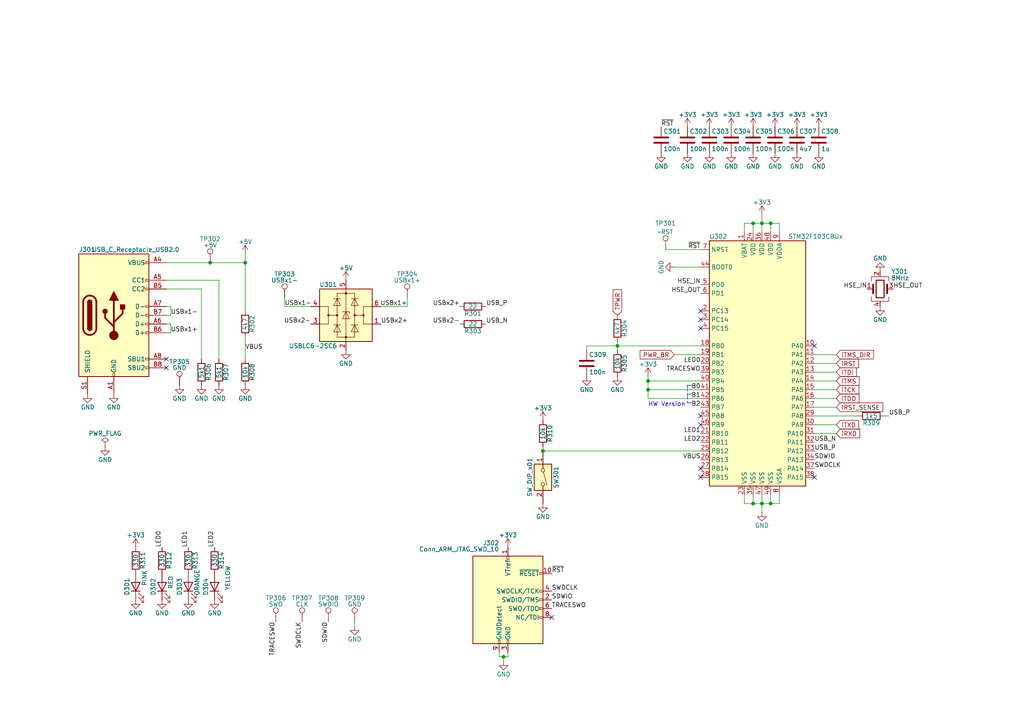
<source format=kicad_sch>
(kicad_sch (version 20211123) (generator eeschema)
  (paper "A4")
  (lib_symbols
    (symbol "Connector:Conn_ARM_JTAG_SWD_10" (pin_names (offset 1.016))
      (property "Reference" "J" (at -2.54 16.51 0))
      (property "Value" "Conn_ARM_JTAG_SWD_10" (at -2.54 13.97 0))
      (symbol "Conn_ARM_JTAG_SWD_10_0_1"
        (rectangle (start -10.16 12.7) (end 10.16 -12.7) (stroke (width 0.254)) (fill (type background)))
        (rectangle (start -2.794 -12.7) (end -2.286 -11.684))
        (rectangle (start -0.254 -12.7) (end 0.254 -11.684))
        (rectangle (start -0.254 12.7) (end 0.254 11.684))
        (rectangle (start 9.144 2.286) (end 10.16 2.794))
        (rectangle (start 10.16 -2.794) (end 9.144 -2.286))
        (rectangle (start 10.16 -0.254) (end 9.144 0.254))
        (rectangle (start 10.16 7.874) (end 9.144 7.366))
      )
      (symbol "Conn_ARM_JTAG_SWD_10_1_1"
        (rectangle (start 9.144 -5.334) (end 10.16 -4.826))
        (pin power_in line (at 0 15.24 270) (length 2.54) (name "VTref") (number "1"))
        (pin open_collector line (at 12.7 7.62 180) (length 2.54) (name "~{RESET}") (number "10"))
        (pin bidirectional line (at 12.7 0 180) (length 2.54) (name "SWDIO/TMS") (number "2"))
        (pin power_in line (at 0 -15.24 90) (length 2.54) (name "GND") (number "3"))
        (pin output line (at 12.7 2.54 180) (length 2.54) (name "SWDCLK/TCK") (number "4"))
        (pin passive line (at 0 -15.24 90) (length 2.54) hide (name "GND") (number "5"))
        (pin input line (at 12.7 -2.54 180) (length 2.54) (name "SWO/TDO") (number "6"))
        (pin no_connect line (at -10.16 0 0) (length 2.54) hide (name "KEY") (number "7"))
        (pin output line (at 12.7 -5.08 180) (length 2.54) (name "NC/TDI") (number "8"))
        (pin passive line (at -2.54 -15.24 90) (length 2.54) (name "GNDDetect") (number "9"))
      )
    )
    (symbol "Connector:TestPoint" (pin_numbers hide) (pin_names (offset 0.762) hide)
      (property "Reference" "TP" (at 0 6.858 0))
      (property "Value" "TestPoint" (at 0 5.08 0))
      (symbol "TestPoint_0_1"
        (circle (center 0 3.302) (radius 0.762))
      )
      (symbol "TestPoint_1_1"
        (pin passive line (at 0 0 90) (length 2.54) (name "1") (number "1"))
      )
    )
    (symbol "Device:C" (pin_numbers hide) (pin_names (offset 0.254))
      (property "Reference" "C" (at 0.635 2.54 0))
      (property "Value" "C" (at 0.635 -2.54 0))
      (symbol "C_0_1"
        (polyline (pts (xy -2.032 -0.762) (xy 2.032 -0.762)) (stroke (width 0.508)))
        (polyline (pts (xy -2.032 0.762) (xy 2.032 0.762)) (stroke (width 0.508)))
      )
      (symbol "C_1_1"
        (pin passive line (at 0 3.81 270) (length 2.794) (name "~") (number "1"))
        (pin passive line (at 0 -3.81 90) (length 2.794) (name "~") (number "2"))
      )
    )
    (symbol "Device:Crystal_GND24" (pin_names (offset 1.016) hide)
      (property "Reference" "Y" (at 3.175 5.08 0))
      (property "Value" "Crystal_GND24" (at 3.175 3.175 0))
      (symbol "Crystal_GND24_0_1"
        (rectangle (start -1.143 2.54) (end 1.143 -2.54) (stroke (width 0.3048)))
        (polyline (pts (xy -2.54 0) (xy -2.032 0)))
        (polyline (pts (xy -2.032 -1.27) (xy -2.032 1.27)) (stroke (width 0.508)))
        (polyline (pts (xy 0 -3.81) (xy 0 -3.556)))
        (polyline (pts (xy 0 3.556) (xy 0 3.81)))
        (polyline (pts (xy 2.032 -1.27) (xy 2.032 1.27)) (stroke (width 0.508)))
        (polyline (pts (xy 2.032 0) (xy 2.54 0)))
        (polyline (pts (xy -2.54 -2.286) (xy -2.54 -3.556) (xy 2.54 -3.556) (xy 2.54 -2.286)))
        (polyline (pts (xy -2.54 2.286) (xy -2.54 3.556) (xy 2.54 3.556) (xy 2.54 2.286)))
      )
      (symbol "Crystal_GND24_1_1"
        (pin passive line (at -3.81 0 0) (length 1.27) (name "1") (number "1"))
        (pin passive line (at 0 5.08 270) (length 1.27) (name "2") (number "2"))
        (pin passive line (at 3.81 0 180) (length 1.27) (name "3") (number "3"))
        (pin passive line (at 0 -5.08 90) (length 1.27) (name "4") (number "4"))
      )
    )
    (symbol "Device:LED" (pin_numbers hide) (pin_names (offset 1.016) hide)
      (property "Reference" "D" (at 0 2.54 0))
      (property "Value" "LED" (at 0 -2.54 0))
      (symbol "LED_0_1"
        (polyline (pts (xy -1.27 -1.27) (xy -1.27 1.27)) (stroke (width 0.254)))
        (polyline (pts (xy -1.27 0) (xy 1.27 0)))
        (polyline (pts (xy 1.27 -1.27) (xy 1.27 1.27) (xy -1.27 0) (xy 1.27 -1.27)) (stroke (width 0.254)))
        (polyline (pts (xy -3.048 -0.762) (xy -4.572 -2.286) (xy -3.81 -2.286) (xy -4.572 -2.286) (xy -4.572 -1.524)))
        (polyline (pts (xy -1.778 -0.762) (xy -3.302 -2.286) (xy -2.54 -2.286) (xy -3.302 -2.286) (xy -3.302 -1.524)))
      )
      (symbol "LED_1_1"
        (pin passive line (at -3.81 0 0) (length 2.54) (name "K") (number "1"))
        (pin passive line (at 3.81 0 180) (length 2.54) (name "A") (number "2"))
      )
    )
    (symbol "Device:R" (pin_numbers hide) (pin_names (offset 0))
      (property "Reference" "R" (at 2.032 0 90))
      (property "Value" "R" (at 0 0 90))
      (symbol "R_0_1"
        (rectangle (start -1.016 -2.54) (end 1.016 2.54) (stroke (width 0.254)))
      )
      (symbol "R_1_1"
        (pin passive line (at 0 3.81 270) (length 1.27) (name "~") (number "1"))
        (pin passive line (at 0 -3.81 90) (length 1.27) (name "~") (number "2"))
      )
    )
    (symbol "MCU_ST_STM32F1:STM32F103CBUx"
      (property "Reference" "U" (at -15.24 36.83 0))
      (property "Value" "STM32F103CBUx" (at 7.62 36.83 0))
      (symbol "STM32F103CBUx_0_1"
        (rectangle (start -15.24 -35.56) (end 12.7 35.56) (stroke (width 0.254)) (fill (type background)))
      )
      (symbol "STM32F103CBUx_1_1"
        (pin power_in line (at -5.08 38.1 270) (length 2.54) (name "VBAT") (number "1"))
        (pin bidirectional line (at 15.24 5.08 180) (length 2.54) (name "PA0") (number "10"))
        (pin bidirectional line (at 15.24 2.54 180) (length 2.54) (name "PA1") (number "11"))
        (pin bidirectional line (at 15.24 0 180) (length 2.54) (name "PA2") (number "12"))
        (pin bidirectional line (at 15.24 -2.54 180) (length 2.54) (name "PA3") (number "13"))
        (pin bidirectional line (at 15.24 -5.08 180) (length 2.54) (name "PA4") (number "14"))
        (pin bidirectional line (at 15.24 -7.62 180) (length 2.54) (name "PA5") (number "15"))
        (pin bidirectional line (at 15.24 -10.16 180) (length 2.54) (name "PA6") (number "16"))
        (pin bidirectional line (at 15.24 -12.7 180) (length 2.54) (name "PA7") (number "17"))
        (pin bidirectional line (at -17.78 5.08 0) (length 2.54) (name "PB0") (number "18"))
        (pin bidirectional line (at -17.78 2.54 0) (length 2.54) (name "PB1") (number "19"))
        (pin bidirectional line (at -17.78 15.24 0) (length 2.54) (name "PC13") (number "2"))
        (pin bidirectional line (at -17.78 0 0) (length 2.54) (name "PB2") (number "20"))
        (pin bidirectional line (at -17.78 -20.32 0) (length 2.54) (name "PB10") (number "21"))
        (pin bidirectional line (at -17.78 -22.86 0) (length 2.54) (name "PB11") (number "22"))
        (pin power_in line (at -5.08 -38.1 90) (length 2.54) (name "VSS") (number "23"))
        (pin power_in line (at -2.54 38.1 270) (length 2.54) (name "VDD") (number "24"))
        (pin bidirectional line (at -17.78 -25.4 0) (length 2.54) (name "PB12") (number "25"))
        (pin bidirectional line (at -17.78 -27.94 0) (length 2.54) (name "PB13") (number "26"))
        (pin bidirectional line (at -17.78 -30.48 0) (length 2.54) (name "PB14") (number "27"))
        (pin bidirectional line (at -17.78 -33.02 0) (length 2.54) (name "PB15") (number "28"))
        (pin bidirectional line (at 15.24 -15.24 180) (length 2.54) (name "PA8") (number "29"))
        (pin bidirectional line (at -17.78 12.7 0) (length 2.54) (name "PC14") (number "3"))
        (pin bidirectional line (at 15.24 -17.78 180) (length 2.54) (name "PA9") (number "30"))
        (pin bidirectional line (at 15.24 -20.32 180) (length 2.54) (name "PA10") (number "31"))
        (pin bidirectional line (at 15.24 -22.86 180) (length 2.54) (name "PA11") (number "32"))
        (pin bidirectional line (at 15.24 -25.4 180) (length 2.54) (name "PA12") (number "33"))
        (pin bidirectional line (at 15.24 -27.94 180) (length 2.54) (name "PA13") (number "34"))
        (pin power_in line (at -2.54 -38.1 90) (length 2.54) (name "VSS") (number "35"))
        (pin power_in line (at 0 38.1 270) (length 2.54) (name "VDD") (number "36"))
        (pin bidirectional line (at 15.24 -30.48 180) (length 2.54) (name "PA14") (number "37"))
        (pin bidirectional line (at 15.24 -33.02 180) (length 2.54) (name "PA15") (number "38"))
        (pin bidirectional line (at -17.78 -2.54 0) (length 2.54) (name "PB3") (number "39"))
        (pin bidirectional line (at -17.78 10.16 0) (length 2.54) (name "PC15") (number "4"))
        (pin bidirectional line (at -17.78 -5.08 0) (length 2.54) (name "PB4") (number "40"))
        (pin bidirectional line (at -17.78 -7.62 0) (length 2.54) (name "PB5") (number "41"))
        (pin bidirectional line (at -17.78 -10.16 0) (length 2.54) (name "PB6") (number "42"))
        (pin bidirectional line (at -17.78 -12.7 0) (length 2.54) (name "PB7") (number "43"))
        (pin input line (at -17.78 27.94 0) (length 2.54) (name "BOOT0") (number "44"))
        (pin bidirectional line (at -17.78 -15.24 0) (length 2.54) (name "PB8") (number "45"))
        (pin bidirectional line (at -17.78 -17.78 0) (length 2.54) (name "PB9") (number "46"))
        (pin power_in line (at 0 -38.1 90) (length 2.54) (name "VSS") (number "47"))
        (pin power_in line (at 2.54 38.1 270) (length 2.54) (name "VDD") (number "48"))
        (pin power_in line (at 2.54 -38.1 90) (length 2.54) (name "VSS") (number "49"))
        (pin input line (at -17.78 22.86 0) (length 2.54) (name "PD0") (number "5"))
        (pin input line (at -17.78 20.32 0) (length 2.54) (name "PD1") (number "6"))
        (pin input line (at -17.78 33.02 0) (length 2.54) (name "NRST") (number "7"))
        (pin power_in line (at 5.08 -38.1 90) (length 2.54) (name "VSSA") (number "8"))
        (pin power_in line (at 5.08 38.1 270) (length 2.54) (name "VDDA") (number "9"))
      )
    )
    (symbol "Power_Protection:USBLC6-2SC6" (pin_names hide)
      (property "Reference" "U" (at 2.54 8.89 0))
      (property "Value" "USBLC6-2SC6" (at 2.54 -8.89 0))
      (symbol "USBLC6-2SC6_0_1"
        (rectangle (start -7.62 -7.62) (end 7.62 7.62) (stroke (width 0.254)) (fill (type background)))
        (circle (center -5.08 0) (radius 0.254) (fill (type outline)))
        (circle (center -2.54 0) (radius 0.254) (fill (type outline)))
        (rectangle (start -2.54 6.35) (end 2.54 -6.35))
        (circle (center 0 -6.35) (radius 0.254) (fill (type outline)))
        (polyline (pts (xy -5.08 -2.54) (xy -7.62 -2.54)))
        (polyline (pts (xy -5.08 0) (xy -5.08 -2.54)))
        (polyline (pts (xy -5.08 2.54) (xy -7.62 2.54)))
        (polyline (pts (xy -1.524 -2.794) (xy -3.556 -2.794)))
        (polyline (pts (xy -1.524 4.826) (xy -3.556 4.826)))
        (polyline (pts (xy 0 -7.62) (xy 0 -6.35)))
        (polyline (pts (xy 0 -6.35) (xy 0 1.27)))
        (polyline (pts (xy 0 1.27) (xy 0 6.35)))
        (polyline (pts (xy 0 6.35) (xy 0 7.62)))
        (polyline (pts (xy 1.524 -2.794) (xy 3.556 -2.794)))
        (polyline (pts (xy 1.524 4.826) (xy 3.556 4.826)))
        (polyline (pts (xy 5.08 -2.54) (xy 7.62 -2.54)))
        (polyline (pts (xy 5.08 0) (xy 5.08 -2.54)))
        (polyline (pts (xy 5.08 2.54) (xy 7.62 2.54)))
        (polyline (pts (xy -2.54 0) (xy -5.08 0) (xy -5.08 2.54)))
        (polyline (pts (xy 2.54 0) (xy 5.08 0) (xy 5.08 2.54)))
        (polyline (pts (xy -3.556 -4.826) (xy -1.524 -4.826) (xy -2.54 -2.794) (xy -3.556 -4.826)))
        (polyline (pts (xy -3.556 2.794) (xy -1.524 2.794) (xy -2.54 4.826) (xy -3.556 2.794)))
        (polyline (pts (xy -1.016 -1.016) (xy 1.016 -1.016) (xy 0 1.016) (xy -1.016 -1.016)))
        (polyline (pts (xy 1.016 1.016) (xy 0.762 1.016) (xy -1.016 1.016) (xy -1.016 0.508)))
        (polyline (pts (xy 3.556 -4.826) (xy 1.524 -4.826) (xy 2.54 -2.794) (xy 3.556 -4.826)))
        (polyline (pts (xy 3.556 2.794) (xy 1.524 2.794) (xy 2.54 4.826) (xy 3.556 2.794)))
        (circle (center 0 6.35) (radius 0.254) (fill (type outline)))
        (circle (center 2.54 0) (radius 0.254) (fill (type outline)))
        (circle (center 5.08 0) (radius 0.254) (fill (type outline)))
      )
      (symbol "USBLC6-2SC6_1_1"
        (pin passive line (at -10.16 -2.54 0) (length 2.54) (name "I/O1") (number "1"))
        (pin passive line (at 0 -10.16 90) (length 2.54) (name "GND") (number "2"))
        (pin passive line (at 10.16 -2.54 180) (length 2.54) (name "I/O2") (number "3"))
        (pin passive line (at 10.16 2.54 180) (length 2.54) (name "I/O2") (number "4"))
        (pin passive line (at 0 10.16 270) (length 2.54) (name "VBUS") (number "5"))
        (pin passive line (at -10.16 2.54 0) (length 2.54) (name "I/O1") (number "6"))
      )
    )
    (symbol "Switch:SW_DIP_x01" (pin_names (offset 0) hide)
      (property "Reference" "SW" (at 0 3.81 0))
      (property "Value" "SW_DIP_x01" (at 0 -3.81 0))
      (symbol "SW_DIP_x01_0_0"
        (circle (center -2.032 0) (radius 0.508))
        (polyline (pts (xy -1.524 0.127) (xy 2.3622 1.1684)))
        (circle (center 2.032 0) (radius 0.508))
      )
      (symbol "SW_DIP_x01_0_1"
        (rectangle (start -3.81 2.54) (end 3.81 -2.54) (stroke (width 0.254)) (fill (type background)))
      )
      (symbol "SW_DIP_x01_1_1"
        (pin passive line (at -7.62 0 0) (length 5.08) (name "~") (number "1"))
        (pin passive line (at 7.62 0 180) (length 5.08) (name "~") (number "2"))
      )
    )
    (symbol "bmp22-rescue:USB_C_Receptacle_USB2.0-Connector" (pin_names (offset 1.016))
      (property "Reference" "J" (at -10.16 19.05 0))
      (property "Value" "USB_C_Receptacle_USB2.0-Connector" (at 19.05 19.05 0))
      (symbol "USB_C_Receptacle_USB2.0-Connector_0_0"
        (rectangle (start -0.254 -17.78) (end 0.254 -16.764))
        (rectangle (start 10.16 -14.986) (end 9.144 -15.494))
        (rectangle (start 10.16 -12.446) (end 9.144 -12.954))
        (rectangle (start 10.16 -4.826) (end 9.144 -5.334))
        (rectangle (start 10.16 -2.286) (end 9.144 -2.794))
        (rectangle (start 10.16 0.254) (end 9.144 -0.254))
        (rectangle (start 10.16 2.794) (end 9.144 2.286))
        (rectangle (start 10.16 7.874) (end 9.144 7.366))
        (rectangle (start 10.16 10.414) (end 9.144 9.906))
        (rectangle (start 10.16 15.494) (end 9.144 14.986))
      )
      (symbol "USB_C_Receptacle_USB2.0-Connector_0_1"
        (rectangle (start -10.16 17.78) (end 10.16 -17.78) (stroke (width 0.254)) (fill (type background)))
        (arc (start -8.89 -3.81) (mid -6.985 -5.715) (end -5.08 -3.81) (stroke (width 0.508)))
        (arc (start -7.62 -3.81) (mid -6.985 -4.445) (end -6.35 -3.81) (stroke (width 0.254)))
        (arc (start -7.62 -3.81) (mid -6.985 -4.445) (end -6.35 -3.81) (stroke (width 0.254)) (fill (type outline)))
        (rectangle (start -7.62 -3.81) (end -6.35 3.81) (stroke (width 0.254)) (fill (type outline)))
        (arc (start -6.35 3.81) (mid -6.985 4.445) (end -7.62 3.81) (stroke (width 0.254)))
        (arc (start -6.35 3.81) (mid -6.985 4.445) (end -7.62 3.81) (stroke (width 0.254)) (fill (type outline)))
        (arc (start -5.08 3.81) (mid -6.985 5.715) (end -8.89 3.81) (stroke (width 0.508)))
        (circle (center -2.54 1.143) (radius 0.635) (stroke (width 0.254)) (fill (type outline)))
        (circle (center 0 -5.842) (radius 1.27) (fill (type outline)))
        (polyline (pts (xy -8.89 -3.81) (xy -8.89 3.81)) (stroke (width 0.508)))
        (polyline (pts (xy -5.08 3.81) (xy -5.08 -3.81)) (stroke (width 0.508)))
        (polyline (pts (xy 0 -5.842) (xy 0 4.318)) (stroke (width 0.508)))
        (polyline (pts (xy 0 -3.302) (xy -2.54 -0.762) (xy -2.54 0.508)) (stroke (width 0.508)))
        (polyline (pts (xy 0 -2.032) (xy 2.54 0.508) (xy 2.54 1.778)) (stroke (width 0.508)))
        (polyline (pts (xy -1.27 4.318) (xy 0 6.858) (xy 1.27 4.318) (xy -1.27 4.318)) (stroke (width 0.254)) (fill (type outline)))
        (rectangle (start 1.905 1.778) (end 3.175 3.048) (stroke (width 0.254)) (fill (type outline)))
      )
      (symbol "USB_C_Receptacle_USB2.0-Connector_1_1"
        (pin power_in line (at 0 -22.86 90) (length 5.08) (name "GND") (number "A1"))
        (pin passive line (at 0 -22.86 90) (length 5.08) hide (name "GND") (number "A12"))
        (pin power_in line (at 15.24 15.24 180) (length 5.08) (name "VBUS") (number "A4"))
        (pin bidirectional line (at 15.24 10.16 180) (length 5.08) (name "CC1") (number "A5"))
        (pin bidirectional line (at 15.24 -2.54 180) (length 5.08) (name "D+") (number "A6"))
        (pin bidirectional line (at 15.24 2.54 180) (length 5.08) (name "D-") (number "A7"))
        (pin bidirectional line (at 15.24 -12.7 180) (length 5.08) (name "SBU1") (number "A8"))
        (pin passive line (at 15.24 15.24 180) (length 5.08) hide (name "VBUS") (number "A9"))
        (pin passive line (at 0 -22.86 90) (length 5.08) hide (name "GND") (number "B1"))
        (pin passive line (at 0 -22.86 90) (length 5.08) hide (name "GND") (number "B12"))
        (pin passive line (at 15.24 15.24 180) (length 5.08) hide (name "VBUS") (number "B4"))
        (pin bidirectional line (at 15.24 7.62 180) (length 5.08) (name "CC2") (number "B5"))
        (pin bidirectional line (at 15.24 -5.08 180) (length 5.08) (name "D+") (number "B6"))
        (pin bidirectional line (at 15.24 0 180) (length 5.08) (name "D-") (number "B7"))
        (pin bidirectional line (at 15.24 -15.24 180) (length 5.08) (name "SBU2") (number "B8"))
        (pin passive line (at 15.24 15.24 180) (length 5.08) hide (name "VBUS") (number "B9"))
        (pin passive line (at -7.62 -22.86 90) (length 5.08) (name "SHIELD") (number "S1"))
      )
    )
    (symbol "power:+3V3" (power) (pin_names (offset 0))
      (property "Value" "+3V3" (at 0 3.556 0))
      (symbol "+3V3_0_1"
        (polyline (pts (xy -0.762 1.27) (xy 0 2.54)))
        (polyline (pts (xy 0 0) (xy 0 2.54)))
        (polyline (pts (xy 0 2.54) (xy 0.762 1.27)))
      )
      (symbol "+3V3_1_1"
        (pin power_in line (at 0 0 90) (length 0) hide (name "+3V3") (number "1"))
      )
    )
    (symbol "power:+5V" (power) (pin_names (offset 0))
      (property "Value" "+5V" (at 0 3.556 0))
      (symbol "+5V_0_1"
        (polyline (pts (xy -0.762 1.27) (xy 0 2.54)))
        (polyline (pts (xy 0 0) (xy 0 2.54)))
        (polyline (pts (xy 0 2.54) (xy 0.762 1.27)))
      )
      (symbol "+5V_1_1"
        (pin power_in line (at 0 0 90) (length 0) hide (name "+5V") (number "1"))
      )
    )
    (symbol "power:GND" (power) (pin_names (offset 0))
      (property "Value" "GND" (at 0 -3.81 0))
      (symbol "GND_0_1"
        (polyline (pts (xy 0 0) (xy 0 -1.27) (xy 1.27 -1.27) (xy 0 -2.54) (xy -1.27 -1.27) (xy 0 -1.27)))
      )
      (symbol "GND_1_1"
        (pin power_in line (at 0 0 270) (length 0) hide (name "GND") (number "1"))
      )
    )
    (symbol "power:PWR_FLAG" (power) (pin_numbers hide) (pin_names (offset 0) hide)
      (property "Value" "PWR_FLAG" (at 0 3.81 0))
      (symbol "PWR_FLAG_0_0"
        (pin power_out line (at 0 0 90) (length 0) (name "pwr") (number "1"))
      )
      (symbol "PWR_FLAG_0_1"
        (polyline (pts (xy 0 0) (xy 0 1.27) (xy -1.016 1.905) (xy 0 2.54) (xy 1.016 1.905) (xy 0 1.27)))
      )
    )
  )
  (junction (at 157.48 130.81))
  (junction (at 146.05 190.5))
  (junction (at 220.98 64.77))
  (junction (at 223.52 146.05))
  (junction (at 223.52 64.77))
  (junction (at 187.96 113.03))
  (junction (at 218.44 64.77))
  (junction (at 60.96 76.2))
  (junction (at 71.12 76.2))
  (junction (at 220.98 146.05))
  (junction (at 179.07 100.33))
  (junction (at 218.44 146.05))
  (junction (at 187.96 110.49))
  (no_connect (at 48.26 104.14))
  (no_connect (at 203.2 90.17))
  (no_connect (at 203.2 138.43))
  (no_connect (at 236.22 100.33))
  (no_connect (at 203.2 95.25))
  (no_connect (at 203.2 123.19))
  (no_connect (at 236.22 138.43))
  (no_connect (at 48.26 106.68))
  (no_connect (at 203.2 120.65))
  (no_connect (at 160.02 179.07))
  (no_connect (at 203.2 92.71))
  (no_connect (at 203.2 135.89))
  (wire (pts (xy 195.58 77.47) (xy 203.2 77.47)))
  (wire (pts (xy 157.48 130.81) (xy 157.48 129.54)))
  (wire (pts (xy 49.53 91.44) (xy 49.53 88.9)))
  (wire (pts (xy 236.22 102.87) (xy 242.57 102.87)))
  (wire (pts (xy 118.11 88.9) (xy 110.49 88.9)))
  (wire (pts (xy 236.22 110.49) (xy 242.57 110.49)))
  (wire (pts (xy 187.96 109.22) (xy 187.96 110.49)))
  (wire (pts (xy 236.22 113.03) (xy 242.57 113.03)))
  (wire (pts (xy 60.96 76.2) (xy 71.12 76.2)))
  (wire (pts (xy 236.22 118.11) (xy 242.57 118.11)))
  (wire (pts (xy 236.22 115.57) (xy 242.57 115.57)))
  (wire (pts (xy 82.55 86.36) (xy 82.55 88.9)))
  (wire (pts (xy 223.52 67.31) (xy 223.52 64.77)))
  (wire (pts (xy 179.07 101.6) (xy 179.07 100.33)))
  (wire (pts (xy 215.9 146.05) (xy 218.44 146.05)))
  (wire (pts (xy 63.5 81.28) (xy 48.26 81.28)))
  (wire (pts (xy 48.26 83.82) (xy 58.42 83.82)))
  (wire (pts (xy 203.2 113.03) (xy 187.96 113.03)))
  (wire (pts (xy 226.06 143.51) (xy 226.06 146.05)))
  (wire (pts (xy 187.96 113.03) (xy 187.96 115.57)))
  (wire (pts (xy 71.12 73.66) (xy 71.12 76.2)))
  (wire (pts (xy 226.06 146.05) (xy 223.52 146.05)))
  (wire (pts (xy 256.54 120.65) (xy 257.81 120.65)))
  (wire (pts (xy 223.52 146.05) (xy 220.98 146.05)))
  (wire (pts (xy 170.18 101.6) (xy 170.18 100.33)))
  (wire (pts (xy 71.12 97.79) (xy 71.12 104.14)))
  (polyline (pts (xy 200.66 114.3) (xy 199.39 114.3)))
  (wire (pts (xy 226.06 67.31) (xy 226.06 64.77)))
  (wire (pts (xy 236.22 105.41) (xy 242.57 105.41)))
  (wire (pts (xy 48.26 91.44) (xy 49.53 91.44)))
  (wire (pts (xy 63.5 104.14) (xy 63.5 81.28)))
  (polyline (pts (xy 199.39 111.76) (xy 200.66 111.76)))
  (wire (pts (xy 146.05 190.5) (xy 144.78 190.5)))
  (polyline (pts (xy 199.39 116.84) (xy 200.66 116.84)))
  (wire (pts (xy 218.44 64.77) (xy 215.9 64.77)))
  (wire (pts (xy 218.44 143.51) (xy 218.44 146.05)))
  (wire (pts (xy 220.98 62.23) (xy 220.98 64.77)))
  (wire (pts (xy 220.98 67.31) (xy 220.98 64.77)))
  (wire (pts (xy 71.12 90.17) (xy 71.12 76.2)))
  (wire (pts (xy 218.44 67.31) (xy 218.44 64.77)))
  (wire (pts (xy 203.2 130.81) (xy 157.48 130.81)))
  (wire (pts (xy 58.42 83.82) (xy 58.42 104.14)))
  (wire (pts (xy 242.57 123.19) (xy 236.22 123.19)))
  (wire (pts (xy 102.87 181.61) (xy 102.87 180.34)))
  (wire (pts (xy 146.05 190.5) (xy 147.32 190.5)))
  (polyline (pts (xy 199.39 111.76) (xy 199.39 116.84)))
  (wire (pts (xy 147.32 190.5) (xy 147.32 189.23)))
  (wire (pts (xy 242.57 125.73) (xy 236.22 125.73)))
  (wire (pts (xy 236.22 107.95) (xy 242.57 107.95)))
  (wire (pts (xy 179.07 100.33) (xy 179.07 99.06)))
  (wire (pts (xy 146.05 191.77) (xy 146.05 190.5)))
  (wire (pts (xy 187.96 115.57) (xy 203.2 115.57)))
  (wire (pts (xy 49.53 96.52) (xy 49.53 93.98)))
  (wire (pts (xy 220.98 146.05) (xy 220.98 148.59)))
  (wire (pts (xy 220.98 64.77) (xy 218.44 64.77)))
  (wire (pts (xy 215.9 143.51) (xy 215.9 146.05)))
  (wire (pts (xy 90.17 88.9) (xy 82.55 88.9)))
  (wire (pts (xy 218.44 146.05) (xy 220.98 146.05)))
  (wire (pts (xy 144.78 190.5) (xy 144.78 189.23)))
  (wire (pts (xy 215.9 64.77) (xy 215.9 67.31)))
  (wire (pts (xy 220.98 146.05) (xy 220.98 143.51)))
  (wire (pts (xy 49.53 93.98) (xy 48.26 93.98)))
  (wire (pts (xy 118.11 86.36) (xy 118.11 88.9)))
  (wire (pts (xy 223.52 64.77) (xy 220.98 64.77)))
  (wire (pts (xy 226.06 64.77) (xy 223.52 64.77)))
  (wire (pts (xy 187.96 113.03) (xy 187.96 110.49)))
  (wire (pts (xy 187.96 110.49) (xy 203.2 110.49)))
  (wire (pts (xy 193.04 72.39) (xy 203.2 72.39)))
  (wire (pts (xy 248.92 120.65) (xy 236.22 120.65)))
  (wire (pts (xy 223.52 143.51) (xy 223.52 146.05)))
  (wire (pts (xy 49.53 88.9) (xy 48.26 88.9)))
  (wire (pts (xy 48.26 96.52) (xy 49.53 96.52)))
  (wire (pts (xy 48.26 76.2) (xy 60.96 76.2)))
  (wire (pts (xy 203.2 100.33) (xy 179.07 100.33)))
  (wire (pts (xy 170.18 100.33) (xy 179.07 100.33)))
  (wire (pts (xy 195.58 102.87) (xy 203.2 102.87)))
  (text "HW Version" (at 187.96 118.11 0) (effects (font (size 1.27 1.27)) (justify left bottom)))
  (label "USBx2-" (at 133.35 93.98 180))
  (label "B2" (at 203.2 118.11 180))
  (label "SDWIO" (at 236.22 133.35 0))
  (label "HSE_OUT" (at 203.2 85.09 180))
  (label "LED2" (at 62.23 158.75 90))
  (label "USB_N" (at 236.22 128.27 0))
  (label "USB_N" (at 140.97 93.98 0))
  (label "HSE_IN" (at 203.2 82.55 180))
  (label "LED0" (at 203.2 105.41 180))
  (label "USB_P" (at 236.22 130.81 0))
  (label "TRACESWO" (at 80.01 180.34 270))
  (label "USBx2-" (at 90.17 93.98 180))
  (label "USBx2+" (at 133.35 88.9 180))
  (label "SDWIO" (at 160.02 173.99 0))
  (label "SWDCLK" (at 87.63 180.34 270))
  (label "LED1" (at 203.2 125.73 180))
  (label "B0" (at 203.2 113.03 180))
  (label "VBUS" (at 71.12 101.6 0))
  (label "VBUS" (at 203.2 133.35 180))
  (label "~{RST}" (at 160.02 166.37 0))
  (label "LED1" (at 54.61 158.75 90))
  (label "SDWIO" (at 95.25 180.34 270))
  (label "LED2" (at 203.2 128.27 180))
  (label "USBx1+" (at 118.11 88.9 180))
  (label "B1" (at 203.2 115.57 180))
  (label "~{RST}" (at 191.77 36.83 0))
  (label "~{RST}" (at 203.2 72.39 180))
  (label "USBx1+" (at 49.53 96.52 0))
  (label "TRACESWO" (at 203.2 107.95 180))
  (label "USB_P" (at 257.81 120.65 0))
  (label "USBx1-" (at 82.55 88.9 0))
  (label "USB_P" (at 140.97 88.9 0))
  (label "LED0" (at 46.99 158.75 90))
  (label "SWDCLK" (at 160.02 171.45 0))
  (label "TRACESWO" (at 160.02 176.53 0))
  (label "HSE_OUT" (at 259.08 83.82 0))
  (label "USBx1-" (at 49.53 91.44 0))
  (label "USBx2+" (at 110.49 93.98 0))
  (label "SWDCLK" (at 236.22 135.89 0))
  (label "HSE_IN" (at 251.46 83.82 180))
  (global_label "TPWR" (shape input) (at 179.07 91.44 90) (property "Intersheet References" "${INTERSHEET_REFS}" (effects hide)))
  (global_label "iTMS_DIR" (shape input) (at 242.57 102.87 0) (property "Intersheet References" "${INTERSHEET_REFS}" (effects hide)))
  (global_label "PWR_BR" (shape input) (at 195.58 102.87 180) (property "Intersheet References" "${INTERSHEET_REFS}" (effects hide)))
  (global_label "iTCK" (shape input) (at 242.57 113.03 0) (property "Intersheet References" "${INTERSHEET_REFS}" (effects hide)))
  (global_label "iRST" (shape input) (at 242.57 105.41 0) (property "Intersheet References" "${INTERSHEET_REFS}" (effects hide)))
  (global_label "iRST_SENSE" (shape input) (at 242.57 118.11 0) (property "Intersheet References" "${INTERSHEET_REFS}" (effects hide)))
  (global_label "iTXD" (shape input) (at 242.57 123.19 0) (property "Intersheet References" "${INTERSHEET_REFS}" (effects hide)))
  (global_label "iRXD" (shape input) (at 242.57 125.73 0) (property "Intersheet References" "${INTERSHEET_REFS}" (effects hide)))
  (global_label "iTDO" (shape input) (at 242.57 115.57 0) (property "Intersheet References" "${INTERSHEET_REFS}" (effects hide)))
  (global_label "iTDI" (shape input) (at 242.57 107.95 0) (property "Intersheet References" "${INTERSHEET_REFS}" (effects hide)))
  (global_label "iTMS" (shape input) (at 242.57 110.49 0) (property "Intersheet References" "${INTERSHEET_REFS}" (effects hide)))
  (symbol (lib_id "power:+3V3") (at 147.32 158.75 0) (unit 1)
    (property "Reference" "#PWR0344" (effects hide))
    (property "Value" "+3V3" (at 147.32 155.194 0))
  )
  (symbol (lib_id "power:+3V3") (at 157.48 121.92 0) (unit 1)
    (property "Reference" "#PWR0337" (effects hide))
    (property "Value" "+3V3" (at 157.48 118.364 0))
  )
  (symbol (lib_id "MCU_ST_STM32F1:STM32F103CBUx") (at 220.98 105.41 0) (unit 1)
    (property "Reference" "U302" (at 205.74 68.58 0) (effects (justify left)))
    (property "Value" "STM32F103CBUx" (at 228.6 68.58 0) (effects (justify left)))
    (property "Footprint" "bmp_entropia:TQFP48" (effects hide))
    (property "Datasheet" "http://www.st.com/st-web-ui/static/active/en/resource/technical/document/datasheet/CD00161566.pdf" (effects hide))
    (property "LCSC Number Part" "C8304" (effects hide))
  )
  (symbol (lib_id "Switch:SW_DIP_x01") (at 157.48 138.43 270) (unit 1)
    (property "Reference" "SW301" (at 161.29 138.43 0))
    (property "Value" "SW_DIP_x01" (at 153.67 138.43 0))
    (property "Footprint" "Button_Switch_SMD:SW_SPST_PTS810" (effects hide))
    (property "LCSC Number Part" "C116501" (effects hide))
  )
  (symbol (lib_id "Power_Protection:USBLC6-2SC6") (at 100.33 91.44 0) (mirror y) (unit 1)
    (property "Reference" "U301" (at 97.79 82.55 0) (effects (justify left)))
    (property "Value" "USBLC6-2SC6" (at 97.79 100.33 0) (effects (justify left)))
    (property "Footprint" "Package_TO_SOT_SMD:SOT-23-6" (effects hide))
    (property "Datasheet" "https://www.st.com/resource/en/datasheet/usblc6-2.pdf" (effects hide))
    (property "LCSC Number Part" "C2827654" (effects hide))
  )
  (symbol (lib_id "power:GND") (at 33.02 114.3 0) (unit 1)
    (property "Reference" "#PWR0331" (effects hide))
    (property "Value" "GND" (at 33.02 118.11 0))
  )
  (symbol (lib_id "power:GND") (at 25.4 114.3 0) (unit 1)
    (property "Reference" "#PWR0330" (effects hide))
    (property "Value" "GND" (at 25.4 118.11 0))
  )
  (symbol (lib_id "Device:R") (at 63.5 107.95 0) (unit 1)
    (property "Reference" "R307" (at 65.532 107.95 90))
    (property "Value" "5k1" (at 63.5 107.95 90))
    (property "Footprint" "Resistor_SMD:R_0402_1005Metric" (effects hide))
    (property "LCSC Number Part" "C25905" (effects hide))
  )
  (symbol (lib_id "bmp22-rescue:USB_C_Receptacle_USB2.0-Connector") (at 33.02 91.44 0) (unit 1)
    (property "Reference" "J301" (at 22.86 72.39 0) (effects (justify left)))
    (property "Value" "USB_C_Receptacle_USB2.0" (at 52.07 72.39 0) (effects (justify right)))
    (property "Footprint" "Connector_USB:USB_C_Receptacle_Palconn_UTC16-G" (effects hide))
    (property "Datasheet" "https://www.usb.org/sites/default/files/documents/usb_type-c.zip" (effects hide))
    (property "LCSC Number Part" "C2760486" (effects hide))
  )
  (symbol (lib_id "Device:R") (at 58.42 107.95 0) (unit 1)
    (property "Reference" "R306" (at 60.452 107.95 90))
    (property "Value" "5k1" (at 58.42 107.95 90))
    (property "Footprint" "Resistor_SMD:R_0402_1005Metric" (effects hide))
    (property "LCSC Number Part" "C25905" (effects hide))
  )
  (symbol (lib_id "power:GND") (at 58.42 111.76 0) (unit 1)
    (property "Reference" "#PWR0326" (effects hide))
    (property "Value" "GND" (at 58.42 115.57 0))
  )
  (symbol (lib_id "power:GND") (at 63.5 111.76 0) (unit 1)
    (property "Reference" "#PWR0327" (effects hide))
    (property "Value" "GND" (at 63.5 115.57 0))
  )
  (symbol (lib_id "power:+5V") (at 71.12 73.66 0) (unit 1)
    (property "Reference" "#PWR0317" (effects hide))
    (property "Value" "+5V" (at 71.12 70.104 0))
  )
  (symbol (lib_id "power:GND") (at 100.33 101.6 0) (unit 1)
    (property "Reference" "#PWR0322" (effects hide))
    (property "Value" "GND" (at 100.33 105.41 0))
  )
  (symbol (lib_id "power:+5V") (at 100.33 81.28 0) (unit 1)
    (property "Reference" "#PWR0320" (effects hide))
    (property "Value" "+5V" (at 100.33 77.724 0))
  )
  (symbol (lib_id "Device:R") (at 71.12 93.98 0) (unit 1)
    (property "Reference" "R302" (at 73.152 93.98 90))
    (property "Value" "4k7" (at 71.12 93.98 90))
    (property "Footprint" "Resistor_SMD:R_0402_1005Metric" (effects hide))
    (property "LCSC Number Part" "C25900" (effects hide))
  )
  (symbol (lib_id "Device:R") (at 71.12 107.95 0) (unit 1)
    (property "Reference" "R308" (at 73.152 107.95 90))
    (property "Value" "10k" (at 71.12 107.95 90))
    (property "Footprint" "Resistor_SMD:R_0402_1005Metric" (effects hide))
    (property "LCSC Number Part" "C25744" (effects hide))
  )
  (symbol (lib_id "power:GND") (at 71.12 111.76 0) (unit 1)
    (property "Reference" "#PWR0328" (effects hide))
    (property "Value" "GND" (at 71.12 115.57 0))
  )
  (symbol (lib_id "Device:R") (at 137.16 88.9 270) (unit 1)
    (property "Reference" "R301" (at 137.16 90.932 90))
    (property "Value" "22" (at 137.16 88.9 90))
    (property "Footprint" "Resistor_SMD:R_0402_1005Metric" (effects hide))
    (property "LCSC Number Part" "C25092" (effects hide))
  )
  (symbol (lib_id "Device:R") (at 137.16 93.98 270) (unit 1)
    (property "Reference" "R303" (at 137.16 96.012 90))
    (property "Value" "22" (at 137.16 93.98 90))
    (property "Footprint" "Resistor_SMD:R_0402_1005Metric" (effects hide))
    (property "LCSC Number Part" "C25092" (effects hide))
  )
  (symbol (lib_id "Device:R") (at 252.73 120.65 270) (unit 1)
    (property "Reference" "R309" (at 252.73 122.682 90))
    (property "Value" "1k5" (at 252.73 120.65 90))
    (property "Footprint" "Resistor_SMD:R_0402_1005Metric" (effects hide))
    (property "LCSC Number Part" "C25867" (effects hide))
  )
  (symbol (lib_id "power:GND") (at 220.98 148.59 0) (unit 1)
    (property "Reference" "#PWR0335" (effects hide))
    (property "Value" "GND" (at 220.98 152.4 0))
  )
  (symbol (lib_id "Device:C") (at 199.39 40.64 0) (unit 1)
    (property "Reference" "C302" (at 200.025 38.1 0) (effects (justify left)))
    (property "Value" "100n" (at 200.025 43.18 0) (effects (justify left)))
    (property "Footprint" "Capacitor_SMD:C_0402_1005Metric" (effects hide))
    (property "LCSC Number Part" "C14663" (effects hide))
  )
  (symbol (lib_id "Device:C") (at 205.74 40.64 0) (unit 1)
    (property "Reference" "C303" (at 206.375 38.1 0) (effects (justify left)))
    (property "Value" "100n" (at 206.375 43.18 0) (effects (justify left)))
    (property "Footprint" "Capacitor_SMD:C_0402_1005Metric" (effects hide))
    (property "LCSC Number Part" "C14663" (effects hide))
  )
  (symbol (lib_id "Device:C") (at 212.09 40.64 0) (unit 1)
    (property "Reference" "C304" (at 212.725 38.1 0) (effects (justify left)))
    (property "Value" "100n" (at 212.725 43.18 0) (effects (justify left)))
    (property "Footprint" "Capacitor_SMD:C_0402_1005Metric" (effects hide))
    (property "LCSC Number Part" "C14663" (effects hide))
  )
  (symbol (lib_id "Device:C") (at 218.44 40.64 0) (unit 1)
    (property "Reference" "C305" (at 219.075 38.1 0) (effects (justify left)))
    (property "Value" "100n" (at 219.075 43.18 0) (effects (justify left)))
    (property "Footprint" "Capacitor_SMD:C_0402_1005Metric" (effects hide))
    (property "LCSC Number Part" "C14663" (effects hide))
  )
  (symbol (lib_id "Device:C") (at 224.79 40.64 0) (unit 1)
    (property "Reference" "C306" (at 225.425 38.1 0) (effects (justify left)))
    (property "Value" "100n" (at 225.425 43.18 0) (effects (justify left)))
    (property "Footprint" "Capacitor_SMD:C_0402_1005Metric" (effects hide))
    (property "LCSC Number Part" "C14663" (effects hide))
  )
  (symbol (lib_id "Device:C") (at 231.14 40.64 0) (unit 1)
    (property "Reference" "C307" (at 231.775 38.1 0) (effects (justify left)))
    (property "Value" "4u7" (at 231.775 43.18 0) (effects (justify left)))
    (property "Footprint" "Capacitor_SMD:C_0603_1608Metric" (effects hide))
    (property "LCSC Number Part" "C19666" (effects hide))
  )
  (symbol (lib_id "Device:C") (at 237.49 40.64 0) (unit 1)
    (property "Reference" "C308" (at 238.125 38.1 0) (effects (justify left)))
    (property "Value" "1u" (at 238.125 43.18 0) (effects (justify left)))
    (property "Footprint" "Capacitor_SMD:C_0603_1608Metric" (effects hide))
    (property "LCSC Number Part" "C15849" (effects hide))
  )
  (symbol (lib_id "power:GND") (at 199.39 44.45 0) (unit 1)
    (property "Reference" "#PWR0309" (effects hide))
    (property "Value" "GND" (at 199.39 48.26 0))
  )
  (symbol (lib_id "power:GND") (at 205.74 44.45 0) (unit 1)
    (property "Reference" "#PWR0310" (effects hide))
    (property "Value" "GND" (at 205.74 48.26 0))
  )
  (symbol (lib_id "power:GND") (at 212.09 44.45 0) (unit 1)
    (property "Reference" "#PWR0311" (effects hide))
    (property "Value" "GND" (at 212.09 48.26 0))
  )
  (symbol (lib_id "power:GND") (at 218.44 44.45 0) (unit 1)
    (property "Reference" "#PWR0312" (effects hide))
    (property "Value" "GND" (at 218.44 48.26 0))
  )
  (symbol (lib_id "power:GND") (at 224.79 44.45 0) (unit 1)
    (property "Reference" "#PWR0313" (effects hide))
    (property "Value" "GND" (at 224.79 48.26 0))
  )
  (symbol (lib_id "power:GND") (at 231.14 44.45 0) (unit 1)
    (property "Reference" "#PWR0314" (effects hide))
    (property "Value" "GND" (at 231.14 48.26 0))
  )
  (symbol (lib_id "power:GND") (at 237.49 44.45 0) (unit 1)
    (property "Reference" "#PWR0315" (effects hide))
    (property "Value" "GND" (at 237.49 48.26 0))
  )
  (symbol (lib_id "Device:C") (at 191.77 40.64 0) (unit 1)
    (property "Reference" "C301" (at 192.405 38.1 0) (effects (justify left)))
    (property "Value" "100n" (at 192.405 43.18 0) (effects (justify left)))
    (property "Footprint" "Capacitor_SMD:C_0402_1005Metric" (effects hide))
    (property "LCSC Number Part" "C14663" (effects hide))
  )
  (symbol (lib_id "power:GND") (at 191.77 44.45 0) (unit 1)
    (property "Reference" "#PWR0308" (effects hide))
    (property "Value" "GND" (at 191.77 48.26 0))
  )
  (symbol (lib_id "Connector:TestPoint") (at 193.04 72.39 0) (unit 1) (in_bom no)
    (property "Reference" "TP301" (at 193.04 64.77 0))
    (property "Value" "~RST" (at 193.04 67.31 0))
    (property "Footprint" "TestPoint:TestPoint_Pad_D1.5mm" (effects hide))
  )
  (symbol (lib_id "power:GND") (at 195.58 77.47 270) (unit 1)
    (property "Reference" "#PWR0318" (effects hide))
    (property "Value" "GND" (at 191.77 77.47 0))
  )
  (symbol (lib_id "Device:R") (at 179.07 105.41 0) (unit 1)
    (property "Reference" "R305" (at 181.102 105.41 90))
    (property "Value" "10k" (at 179.07 105.41 90))
    (property "Footprint" "Resistor_SMD:R_0402_1005Metric" (effects hide))
    (property "LCSC Number Part" "C25744" (effects hide))
  )
  (symbol (lib_id "Device:R") (at 179.07 95.25 0) (unit 1)
    (property "Reference" "R304" (at 181.102 95.25 90))
    (property "Value" "4k7" (at 179.07 95.25 90))
    (property "Footprint" "Resistor_SMD:R_0402_1005Metric" (effects hide))
    (property "LCSC Number Part" "C25900" (effects hide))
  )
  (symbol (lib_id "Device:C") (at 170.18 105.41 0) (unit 1)
    (property "Reference" "C309" (at 170.815 102.87 0) (effects (justify left)))
    (property "Value" "100n" (at 170.815 107.95 0) (effects (justify left)))
    (property "Footprint" "Capacitor_SMD:C_0402_1005Metric" (effects hide))
    (property "LCSC Number Part" "C14663" (effects hide))
  )
  (symbol (lib_id "power:GND") (at 179.07 109.22 0) (unit 1)
    (property "Reference" "#PWR0324" (effects hide))
    (property "Value" "GND" (at 179.07 113.03 0))
  )
  (symbol (lib_id "power:GND") (at 170.18 109.22 0) (unit 1)
    (property "Reference" "#PWR0323" (effects hide))
    (property "Value" "GND" (at 170.18 113.03 0))
  )
  (symbol (lib_id "Device:R") (at 157.48 125.73 0) (unit 1)
    (property "Reference" "R310" (at 159.512 125.73 90))
    (property "Value" "10k" (at 157.48 125.73 90))
    (property "Footprint" "Resistor_SMD:R_0402_1005Metric" (effects hide))
    (property "LCSC Number Part" "C25744" (effects hide))
  )
  (symbol (lib_id "power:GND") (at 157.48 146.05 0) (unit 1)
    (property "Reference" "#PWR0334" (effects hide))
    (property "Value" "GND" (at 157.48 149.86 0))
  )
  (symbol (lib_id "Device:LED") (at 39.37 170.18 90) (unit 1)
    (property "Reference" "D301" (at 36.83 170.18 0))
    (property "Value" "PINK" (at 41.91 167.64 0))
    (property "Footprint" "LED_SMD:LED_1206_3216Metric" (effects hide))
    (property "LCSC Number Part" "C268284" (effects hide))
  )
  (symbol (lib_id "Device:R") (at 39.37 162.56 0) (unit 1)
    (property "Reference" "R311" (at 41.402 162.56 90))
    (property "Value" "330" (at 39.37 162.56 90))
    (property "Footprint" "Resistor_SMD:R_0402_1005Metric" (effects hide))
    (property "LCSC Number Part" "C25104" (effects hide))
  )
  (symbol (lib_id "power:GND") (at 39.37 173.99 0) (unit 1)
    (property "Reference" "#PWR0338" (effects hide))
    (property "Value" "GND" (at 39.37 177.8 0))
  )
  (symbol (lib_id "Device:LED") (at 46.99 170.18 90) (unit 1)
    (property "Reference" "D302" (at 44.45 170.18 0))
    (property "Value" "RED" (at 49.53 168.91 0))
    (property "Footprint" "LED_SMD:LED_0603_1608Metric" (effects hide))
    (property "LCSC Number Part" "C375444" (effects hide))
  )
  (symbol (lib_id "Device:R") (at 46.99 162.56 0) (unit 1)
    (property "Reference" "R312" (at 49.022 162.56 90))
    (property "Value" "330" (at 46.99 162.56 90))
    (property "Footprint" "Resistor_SMD:R_0402_1005Metric" (effects hide))
    (property "LCSC Number Part" "C25104" (effects hide))
  )
  (symbol (lib_id "power:GND") (at 46.99 173.99 0) (unit 1)
    (property "Reference" "#PWR0339" (effects hide))
    (property "Value" "GND" (at 46.99 177.8 0))
  )
  (symbol (lib_id "Device:LED") (at 54.61 170.18 90) (unit 1)
    (property "Reference" "D303" (at 52.07 170.18 0))
    (property "Value" "ORANGE" (at 57.15 168.91 0))
    (property "Footprint" "LED_SMD:LED_0603_1608Metric" (effects hide))
    (property "LCSC Number Part" "C146215" (effects hide))
  )
  (symbol (lib_id "Device:R") (at 54.61 162.56 0) (unit 1)
    (property "Reference" "R313" (at 56.642 162.56 90))
    (property "Value" "330" (at 54.61 162.56 90))
    (property "Footprint" "Resistor_SMD:R_0402_1005Metric" (effects hide))
    (property "LCSC Number Part" "C25104" (effects hide))
  )
  (symbol (lib_id "power:GND") (at 54.61 173.99 0) (unit 1)
    (property "Reference" "#PWR0340" (effects hide))
    (property "Value" "GND" (at 54.61 177.8 0))
  )
  (symbol (lib_id "Device:LED") (at 62.23 170.18 90) (unit 1)
    (property "Reference" "D304" (at 59.69 170.18 0))
    (property "Value" "YELLOW" (at 66.04 167.64 0))
    (property "Footprint" "LED_SMD:LED_0603_1608Metric" (effects hide))
    (property "LCSC Number Part" "C89811" (effects hide))
  )
  (symbol (lib_id "Device:R") (at 62.23 162.56 0) (unit 1)
    (property "Reference" "R314" (at 64.262 162.56 90))
    (property "Value" "330" (at 62.23 162.56 90))
    (property "Footprint" "Resistor_SMD:R_0402_1005Metric" (effects hide))
    (property "LCSC Number Part" "C25104" (effects hide))
  )
  (symbol (lib_id "power:GND") (at 62.23 173.99 0) (unit 1)
    (property "Reference" "#PWR0341" (effects hide))
    (property "Value" "GND" (at 62.23 177.8 0))
  )
  (symbol (lib_id "power:+3V3") (at 39.37 158.75 0) (unit 1)
    (property "Reference" "#PWR0336" (effects hide))
    (property "Value" "+3V3" (at 39.37 155.194 0))
  )
  (symbol (lib_id "power:+3V3") (at 220.98 62.23 0) (unit 1)
    (property "Reference" "#PWR0316" (effects hide))
    (property "Value" "+3V3" (at 220.98 58.674 0))
  )
  (symbol (lib_id "power:+3V3") (at 199.39 36.83 0) (unit 1)
    (property "Reference" "#PWR0301" (effects hide))
    (property "Value" "+3V3" (at 199.39 33.274 0))
  )
  (symbol (lib_id "power:+3V3") (at 205.74 36.83 0) (unit 1)
    (property "Reference" "#PWR0302" (effects hide))
    (property "Value" "+3V3" (at 205.74 33.274 0))
  )
  (symbol (lib_id "power:+3V3") (at 212.09 36.83 0) (unit 1)
    (property "Reference" "#PWR0303" (effects hide))
    (property "Value" "+3V3" (at 212.09 33.274 0))
  )
  (symbol (lib_id "power:+3V3") (at 218.44 36.83 0) (unit 1)
    (property "Reference" "#PWR0304" (effects hide))
    (property "Value" "+3V3" (at 218.44 33.274 0))
  )
  (symbol (lib_id "power:+3V3") (at 224.79 36.83 0) (unit 1)
    (property "Reference" "#PWR0305" (effects hide))
    (property "Value" "+3V3" (at 224.79 33.274 0))
  )
  (symbol (lib_id "power:+3V3") (at 231.14 36.83 0) (unit 1)
    (property "Reference" "#PWR0306" (effects hide))
    (property "Value" "+3V3" (at 231.14 33.274 0))
  )
  (symbol (lib_id "power:+3V3") (at 237.49 36.83 0) (unit 1)
    (property "Reference" "#PWR0307" (effects hide))
    (property "Value" "+3V3" (at 237.49 33.274 0))
  )
  (symbol (lib_id "power:+3V3") (at 187.96 109.22 0) (unit 1)
    (property "Reference" "#PWR0329" (effects hide))
    (property "Value" "+3V3" (at 187.96 105.664 0))
  )
  (symbol (lib_id "Device:Crystal_GND24") (at 255.27 83.82 0) (unit 1)
    (property "Reference" "Y301" (at 258.445 78.74 0) (effects (justify left)))
    (property "Value" "8MHz" (at 258.445 80.645 0) (effects (justify left)))
    (property "Footprint" "Crystal:Crystal_SMD_3225-4Pin_3.2x2.5mm" (effects hide))
    (property "Supplierlink" "https://www.digikey.de/product-detail/de/ecs-inc/ECS-80-12-33-JGN-TR/50-ECS-80-12-33-JGN-CT-ND/10478769" (effects hide))
    (property "LCSC Number Part" "C435184" (effects hide))
  )
  (symbol (lib_id "power:GND") (at 255.27 88.9 0) (unit 1)
    (property "Reference" "#PWR0321" (effects hide))
    (property "Value" "GND" (at 255.27 92.71 0))
  )
  (symbol (lib_id "power:GND") (at 255.27 78.74 180) (unit 1)
    (property "Reference" "#PWR0319" (effects hide))
    (property "Value" "GND" (at 255.27 74.93 0))
  )
  (symbol (lib_id "Connector:Conn_ARM_JTAG_SWD_10") (at 147.32 173.99 0) (unit 1) (in_bom no)
    (property "Reference" "J302" (at 144.78 157.48 0) (effects (justify right)))
    (property "Value" "Conn_ARM_JTAG_SWD_10" (at 144.78 160.02 0) (effects (justify right bottom)))
    (property "Footprint" "Connector:Tag-Connect_TC2050-IDC-NL_2x05_P1.27mm_Vertical" (effects hide))
    (property "Datasheet" "http://infocenter.arm.com/help/topic/com.arm.doc.ddi0314h/DDI0314H_coresight_components_trm.pdf" (effects hide))
  )
  (symbol (lib_id "power:GND") (at 146.05 191.77 0) (unit 1)
    (property "Reference" "#PWR0343" (effects hide))
    (property "Value" "GND" (at 146.05 195.58 0))
  )
  (symbol (lib_id "power:GND") (at 102.87 181.61 0) (unit 1)
    (property "Reference" "#PWR0342" (effects hide))
    (property "Value" "GND" (at 102.87 185.42 0))
  )
  (symbol (lib_id "Connector:TestPoint") (at 102.87 180.34 0) (unit 1) (in_bom no)
    (property "Reference" "TP309" (at 102.87 173.482 0))
    (property "Value" "GND" (at 102.87 175.26 0))
    (property "Footprint" "TestPoint:TestPoint_Pad_D1.5mm" (effects hide))
  )
  (symbol (lib_id "Connector:TestPoint") (at 95.25 180.34 0) (unit 1) (in_bom no)
    (property "Reference" "TP308" (at 95.25 173.482 0))
    (property "Value" "SWDIO" (at 95.25 175.26 0))
    (property "Footprint" "TestPoint:TestPoint_Pad_D1.5mm" (effects hide))
  )
  (symbol (lib_id "Connector:TestPoint") (at 87.63 180.34 0) (unit 1) (in_bom no)
    (property "Reference" "TP307" (at 87.63 173.482 0))
    (property "Value" "CLK" (at 87.63 175.26 0))
    (property "Footprint" "TestPoint:TestPoint_Pad_D1.5mm" (effects hide))
  )
  (symbol (lib_id "Connector:TestPoint") (at 80.01 180.34 0) (unit 1) (in_bom no)
    (property "Reference" "TP306" (at 80.01 173.482 0))
    (property "Value" "SWO" (at 80.01 175.26 0))
    (property "Footprint" "TestPoint:TestPoint_Pad_D1.5mm" (effects hide))
  )
  (symbol (lib_id "Connector:TestPoint") (at 60.96 76.2 0) (unit 1) (in_bom no)
    (property "Reference" "TP302" (at 60.96 69.342 0))
    (property "Value" "+5V" (at 60.96 71.12 0))
    (property "Footprint" "TestPoint:TestPoint_Pad_D1.5mm" (effects hide))
  )
  (symbol (lib_id "Connector:TestPoint") (at 118.11 86.36 0) (unit 1) (in_bom no)
    (property "Reference" "TP304" (at 118.11 79.502 0))
    (property "Value" "USBx1+" (at 118.11 81.28 0))
    (property "Footprint" "TestPoint:TestPoint_Pad_D1.5mm" (effects hide))
  )
  (symbol (lib_id "Connector:TestPoint") (at 82.55 86.36 0) (unit 1) (in_bom no)
    (property "Reference" "TP303" (at 82.55 79.502 0))
    (property "Value" "USBx1-" (at 82.55 81.28 0))
    (property "Footprint" "TestPoint:TestPoint_Pad_D1.5mm" (effects hide))
  )
  (symbol (lib_id "Connector:TestPoint") (at 52.07 111.76 0) (unit 1) (in_bom no)
    (property "Reference" "TP305" (at 52.07 104.902 0))
    (property "Value" "GND" (at 52.07 106.68 0))
    (property "Footprint" "TestPoint:TestPoint_Pad_D1.5mm" (effects hide))
  )
  (symbol (lib_id "power:GND") (at 52.07 111.76 0) (unit 1)
    (property "Reference" "#PWR0325" (effects hide))
    (property "Value" "GND" (at 52.07 115.57 0))
  )
  (symbol (lib_id "power:PWR_FLAG") (at 30.48 129.54 0) (unit 1)
    (property "Reference" "#FLG0301" (effects hide))
    (property "Value" "PWR_FLAG" (at 30.48 125.73 0))
  )
  (symbol (lib_id "power:GND") (at 30.48 129.54 0) (unit 1)
    (property "Reference" "#PWR0333" (effects hide))
    (property "Value" "GND" (at 30.48 133.35 0))
  )
)
</source>
